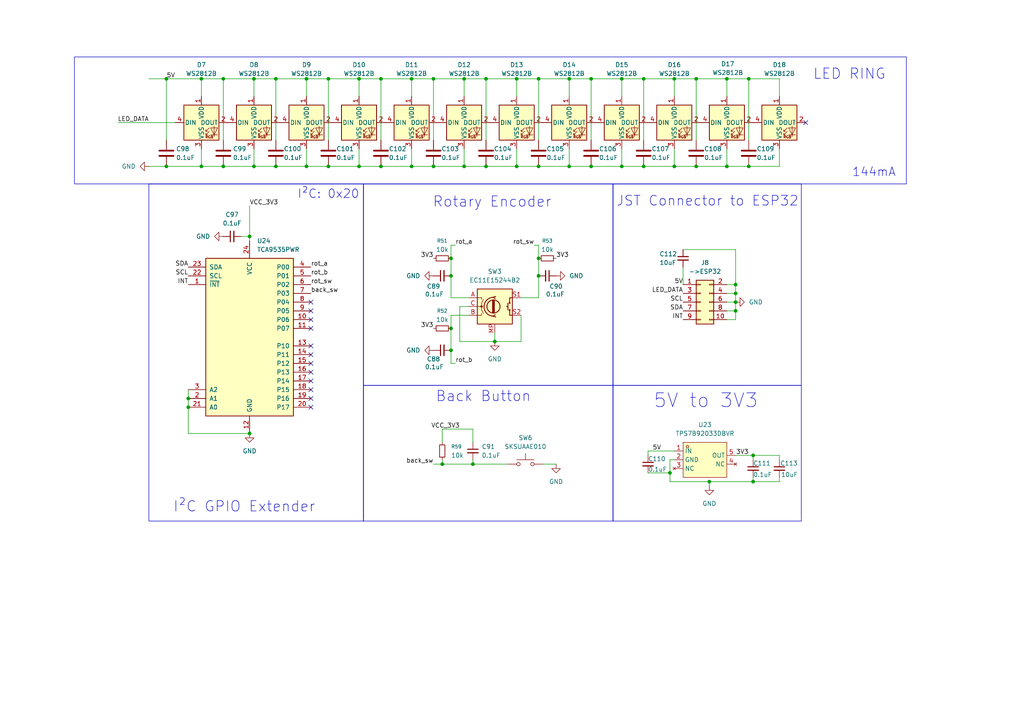
<source format=kicad_sch>
(kicad_sch (version 20250114) (generator "eeschema") (generator_version "9.0")
  (paper "A4")
  (lib_symbols
    (symbol "Connector_Generic:Conn_02x05_Odd_Even" (pin_names (offset 1.016) (hide yes))
      (property "Reference" "J" (at 1.27 7.62 0))
      (property "Value" "Conn_02x05_Odd_Even" (at 1.27 -7.62 0))
      (symbol "Conn_02x05_Odd_Even_1_1"
        (rectangle (start -1.27 6.35) (end 3.81 -6.35) (stroke (width 0.254)) (fill (type background)))
        (rectangle (start -1.27 5.207) (end 0 4.953) (stroke (width 0.1524)))
        (rectangle (start -1.27 2.667) (end 0 2.413) (stroke (width 0.1524)))
        (rectangle (start -1.27 0.127) (end 0 -0.127) (stroke (width 0.1524)))
        (rectangle (start -1.27 -2.413) (end 0 -2.667) (stroke (width 0.1524)))
        (rectangle (start -1.27 -4.953) (end 0 -5.207) (stroke (width 0.1524)))
        (rectangle (start 3.81 5.207) (end 2.54 4.953) (stroke (width 0.1524)))
        (rectangle (start 3.81 2.667) (end 2.54 2.413) (stroke (width 0.1524)))
        (rectangle (start 3.81 0.127) (end 2.54 -0.127) (stroke (width 0.1524)))
        (rectangle (start 3.81 -2.413) (end 2.54 -2.667) (stroke (width 0.1524)))
        (rectangle (start 3.81 -4.953) (end 2.54 -5.207) (stroke (width 0.1524)))
        (pin passive line (at -5.08 5.08 0) (length 3.81) (name "Pin_1") (number "1"))
        (pin passive line (at -5.08 2.54 0) (length 3.81) (name "Pin_3") (number "3"))
        (pin passive line (at -5.08 0 0) (length 3.81) (name "Pin_5") (number "5"))
        (pin passive line (at -5.08 -2.54 0) (length 3.81) (name "Pin_7") (number "7"))
        (pin passive line (at -5.08 -5.08 0) (length 3.81) (name "Pin_9") (number "9"))
        (pin passive line (at 7.62 5.08 180) (length 3.81) (name "Pin_2") (number "2"))
        (pin passive line (at 7.62 2.54 180) (length 3.81) (name "Pin_4") (number "4"))
        (pin passive line (at 7.62 0 180) (length 3.81) (name "Pin_6") (number "6"))
        (pin passive line (at 7.62 -2.54 180) (length 3.81) (name "Pin_8") (number "8"))
        (pin passive line (at 7.62 -5.08 180) (length 3.81) (name "Pin_10") (number "10"))
      )
    )
    (symbol "Device:C" (pin_numbers (hide yes)) (pin_names (offset 0.254))
      (property "Reference" "C" (at 0.635 2.54 0))
      (property "Value" "C" (at 0.635 -2.54 0))
      (symbol "C_0_1"
        (polyline (pts (xy -2.032 0.762) (xy 2.032 0.762)) (stroke (width 0.508)))
        (polyline (pts (xy -2.032 -0.762) (xy 2.032 -0.762)) (stroke (width 0.508)))
      )
      (symbol "C_1_1"
        (pin passive line (at 0 3.81 270) (length 2.794) (name "~") (number "1"))
        (pin passive line (at 0 -3.81 90) (length 2.794) (name "~") (number "2"))
      )
    )
    (symbol "Device:C_Small" (pin_numbers (hide yes)) (pin_names (offset 0.254) (hide yes))
      (property "Reference" "C" (at 0.254 1.778 0))
      (property "Value" "C_Small" (at 0.254 -2.032 0))
      (symbol "C_Small_0_1"
        (polyline (pts (xy -1.524 0.508) (xy 1.524 0.508)) (stroke (width 0.3048)))
        (polyline (pts (xy -1.524 -0.508) (xy 1.524 -0.508)) (stroke (width 0.3302)))
      )
      (symbol "C_Small_1_1"
        (pin passive line (at 0 2.54 270) (length 2.032) (name "~") (number "1"))
        (pin passive line (at 0 -2.54 90) (length 2.032) (name "~") (number "2"))
      )
    )
    (symbol "Device:R_Small" (pin_numbers (hide yes)) (pin_names (offset 0.254) (hide yes))
      (property "Reference" "R" (at 0 0 90))
      (property "Value" "R_Small" (at 1.778 0 90))
      (symbol "R_Small_0_1"
        (rectangle (start -0.762 1.778) (end 0.762 -1.778) (stroke (width 0.2032)))
      )
      (symbol "R_Small_1_1"
        (pin passive line (at 0 2.54 270) (length 0.762) (name "~") (number "1"))
        (pin passive line (at 0 -2.54 90) (length 0.762) (name "~") (number "2"))
      )
    )
    (symbol "Device:RotaryEncoder_Switch_MP" (pin_names (offset 0.254) (hide yes))
      (property "Reference" "SW" (at 0 8.89 0))
      (property "Value" "RotaryEncoder_Switch_MP" (at 0 6.35 0))
      (symbol "RotaryEncoder_Switch_MP_0_1"
        (rectangle (start -5.08 5.08) (end 5.08 -5.08) (stroke (width 0.254)) (fill (type background)))
        (polyline (pts (xy -5.08 2.54) (xy -3.81 2.54) (xy -3.81 2.032)))
        (polyline (pts (xy -5.08 0) (xy -3.81 0) (xy -3.81 -1.016) (xy -3.302 -2.032)))
        (polyline (pts (xy -5.08 -2.54) (xy -3.81 -2.54) (xy -3.81 -2.032)))
        (polyline (pts (xy -4.318 0) (xy -3.81 0) (xy -3.81 1.016) (xy -3.302 2.032)))
        (circle (center -3.81 0) (radius 0.254) (fill (type outline)))
        (polyline (pts (xy -0.635 -1.778) (xy -0.635 1.778)) (stroke (width 0.254)))
        (circle (center -0.381 0) (radius 1.905) (stroke (width 0.254)))
        (polyline (pts (xy -0.381 -1.778) (xy -0.381 1.778)) (stroke (width 0.254)))
        (arc (start -0.381 -2.794) (mid -3.0988 -0.0635) (end -0.381 2.667) (stroke (width 0.254)))
        (polyline (pts (xy -0.127 1.778) (xy -0.127 -1.778)) (stroke (width 0.254)))
        (polyline (pts (xy 0.254 2.921) (xy -0.508 2.667) (xy 0.127 2.286)) (stroke (width 0.254)))
        (polyline (pts (xy 0.254 -3.048) (xy -0.508 -2.794) (xy 0.127 -2.413)) (stroke (width 0.254)))
        (polyline (pts (xy 3.81 1.016) (xy 3.81 -1.016)) (stroke (width 0.254)))
        (polyline (pts (xy 3.81 0) (xy 3.429 0)) (stroke (width 0.254)))
        (circle (center 4.318 1.016) (radius 0.127) (stroke (width 0.254)))
        (circle (center 4.318 -1.016) (radius 0.127) (stroke (width 0.254)))
        (polyline (pts (xy 5.08 2.54) (xy 4.318 2.54) (xy 4.318 1.016)) (stroke (width 0.254)))
        (polyline (pts (xy 5.08 -2.54) (xy 4.318 -2.54) (xy 4.318 -1.016)) (stroke (width 0.254)))
      )
      (symbol "RotaryEncoder_Switch_MP_1_1"
        (pin passive line (at -7.62 2.54 0) (length 2.54) (name "A") (number "A"))
        (pin passive line (at -7.62 0 0) (length 2.54) (name "C") (number "C"))
        (pin passive line (at -7.62 -2.54 0) (length 2.54) (name "B") (number "B"))
        (pin passive line (at 0 -7.62 90) (length 2.54) (name "MP") (number "MP"))
        (pin passive line (at 7.62 2.54 180) (length 2.54) (name "S1") (number "S1"))
        (pin passive line (at 7.62 -2.54 180) (length 2.54) (name "S2") (number "S2"))
      )
    )
    (symbol "Interface_Expansion:TCA9535PWR" (pin_names (offset 1.016))
      (property "Reference" "U" (at -11.43 24.13 0))
      (property "Value" "TCA9535PWR" (at 0 0 0))
      (symbol "TCA9535PWR_0_1"
        (rectangle (start -12.7 22.86) (end 12.7 -22.86) (stroke (width 0.254)) (fill (type background)))
      )
      (symbol "TCA9535PWR_1_1"
        (pin bidirectional line (at -17.78 20.32 0) (length 5.08) (name "SDA") (number "23"))
        (pin input line (at -17.78 17.78 0) (length 5.08) (name "SCL") (number "22"))
        (pin open_collector line (at -17.78 15.24 0) (length 5.08) (name "~{INT}") (number "1"))
        (pin input line (at -17.78 -15.24 0) (length 5.08) (name "A2") (number "3"))
        (pin input line (at -17.78 -17.78 0) (length 5.08) (name "A1") (number "2"))
        (pin input line (at -17.78 -20.32 0) (length 5.08) (name "A0") (number "21"))
        (pin power_in line (at 0 27.94 270) (length 5.08) (name "VCC") (number "24"))
        (pin power_in line (at 0 -27.94 90) (length 5.08) (name "GND") (number "12"))
        (pin bidirectional line (at 17.78 20.32 180) (length 5.08) (name "P00") (number "4"))
        (pin bidirectional line (at 17.78 17.78 180) (length 5.08) (name "P01") (number "5"))
        (pin bidirectional line (at 17.78 15.24 180) (length 5.08) (name "P02") (number "6"))
        (pin bidirectional line (at 17.78 12.7 180) (length 5.08) (name "P03") (number "7"))
        (pin bidirectional line (at 17.78 10.16 180) (length 5.08) (name "P04") (number "8"))
        (pin bidirectional line (at 17.78 7.62 180) (length 5.08) (name "P05") (number "9"))
        (pin bidirectional line (at 17.78 5.08 180) (length 5.08) (name "P06") (number "10"))
        (pin bidirectional line (at 17.78 2.54 180) (length 5.08) (name "P07") (number "11"))
        (pin bidirectional line (at 17.78 -2.54 180) (length 5.08) (name "P10") (number "13"))
        (pin bidirectional line (at 17.78 -5.08 180) (length 5.08) (name "P11") (number "14"))
        (pin bidirectional line (at 17.78 -7.62 180) (length 5.08) (name "P12") (number "15"))
        (pin bidirectional line (at 17.78 -10.16 180) (length 5.08) (name "P13") (number "16"))
        (pin bidirectional line (at 17.78 -12.7 180) (length 5.08) (name "P14") (number "17"))
        (pin bidirectional line (at 17.78 -15.24 180) (length 5.08) (name "P15") (number "18"))
        (pin bidirectional line (at 17.78 -17.78 180) (length 5.08) (name "P16") (number "19"))
        (pin bidirectional line (at 17.78 -20.32 180) (length 5.08) (name "P17") (number "20"))
      )
    )
    (symbol "LED:WS2812B" (pin_names (offset 0.254))
      (property "Reference" "D" (at 5.08 5.715 0))
      (property "Value" "WS2812B" (at 1.27 -5.715 0))
      (symbol "WS2812B_0_0"
        (text "RGB" (at 2.286 -4.191 0) (effects (font (size 0.762 0.762))))
      )
      (symbol "WS2812B_0_1"
        (polyline (pts (xy 1.27 -2.54) (xy 1.778 -2.54)))
        (polyline (pts (xy 1.27 -3.556) (xy 1.778 -3.556)))
        (polyline (pts (xy 2.286 -1.524) (xy 1.27 -2.54) (xy 1.27 -2.032)))
        (polyline (pts (xy 2.286 -2.54) (xy 1.27 -3.556) (xy 1.27 -3.048)))
        (polyline (pts (xy 3.683 -1.016) (xy 3.683 -3.556) (xy 3.683 -4.064)))
        (polyline (pts (xy 4.699 -1.524) (xy 2.667 -1.524) (xy 3.683 -3.556) (xy 4.699 -1.524)))
        (polyline (pts (xy 4.699 -3.556) (xy 2.667 -3.556)))
        (rectangle (start 5.08 5.08) (end -5.08 -5.08) (stroke (width 0.254)) (fill (type background)))
      )
      (symbol "WS2812B_1_1"
        (pin input line (at -7.62 0 0) (length 2.54) (name "DIN") (number "4"))
        (pin power_in line (at 0 7.62 270) (length 2.54) (name "VDD") (number "1"))
        (pin power_in line (at 0 -7.62 90) (length 2.54) (name "VSS") (number "3"))
        (pin output line (at 7.62 0 180) (length 2.54) (name "DOUT") (number "2"))
      )
    )
    (symbol "Switch:SW_Push" (pin_numbers (hide yes)) (pin_names (offset 1.016) (hide yes))
      (property "Reference" "SW" (at 1.27 2.54 0))
      (property "Value" "SW_Push" (at 0 -1.524 0))
      (symbol "SW_Push_0_1"
        (circle (center -2.032 0) (radius 0.508))
        (polyline (pts (xy 0 1.27) (xy 0 3.048)))
        (circle (center 2.032 0) (radius 0.508))
        (polyline (pts (xy 2.54 1.27) (xy -2.54 1.27)))
        (pin passive line (at -5.08 0 0) (length 2.54) (name "1") (number "1"))
        (pin passive line (at 5.08 0 180) (length 2.54) (name "2") (number "2"))
      )
    )
    (symbol "easyeda2kicad:TPS7B92033DBVR"
      (property "Reference" "U" (at 0 7.62 0))
      (property "Value" "TPS7B92033DBVR" (at 0 -7.62 0))
      (symbol "TPS7B92033DBVR_0_1"
        (rectangle (start -6.35 5.08) (end 6.35 -5.08) (fill (type background)))
        (circle (center -5.08 3.81) (radius 0.38))
      )
      (symbol "TPS7B92033DBVR_1_1"
        (pin power_in line (at -8.89 2.54 0) (length 2.54) (name "IN") (number "1"))
        (pin power_in line (at -8.89 0 0) (length 2.54) (name "GND") (number "2"))
        (pin no_connect line (at -8.89 -2.54 0) (length 2.54) (name "NC") (number "3"))
        (pin power_out line (at 8.89 1.27 180) (length 2.54) (name "OUT") (number "5"))
        (pin no_connect line (at 8.89 -1.27 180) (length 2.54) (name "NC") (number "4"))
      )
    )
    (symbol "power:GND" (power) (pin_numbers (hide yes)) (pin_names (offset 0) (hide yes))
      (property "Value" "GND" (at 0 -3.81 0))
      (symbol "GND_0_1"
        (polyline (pts (xy 0 0) (xy 0 -1.27) (xy 1.27 -1.27) (xy 0 -2.54) (xy -1.27 -1.27) (xy 0 -1.27)))
      )
      (symbol "GND_1_1"
        (pin power_in line (at 0 0 270) (length 0) (name "~") (number "1"))
      )
    )
  )
  (rectangle (start 43.18 53.34) (end 105.41 151.13))
  (rectangle (start 105.41 111.76) (end 177.8 151.13))
  (rectangle (start 105.41 53.34) (end 177.8 111.76))
  (rectangle (start 177.8 111.76) (end 232.41 151.13))
  (rectangle (start 177.8 53.34) (end 232.41 111.76))
  (rectangle (start 21.59 16.51) (end 262.89 53.34))
  (text "I²C: 0x20" (at 95.25 56.388 0) (effects (font (size 2.5 2.5))))
  (text "JST Connector to ESP32" (at 205.232 58.42 0) (effects (font (size 2.85 2.85))))
  (text "LED RING" (at 246.38 21.59 0) (effects (font (size 3 3))))
  (text "I²C GPIO Extender" (at 70.866 147.066 0) (effects (font (size 3 3))))
  (text "Rotary Encoder" (at 142.748 58.674 0) (effects (font (size 3 3))))
  (text "144mA" (at 253.492 50.038 0) (effects (font (size 2.5 2.5))))
  (text "Back Button" (at 140.208 115.062 0) (effects (font (size 3 3))))
  (text "5V to 3V3" (at 204.724 116.332 0) (effects (font (size 4 4))))
  (junction (at 156.21 48.26))
  (junction (at 149.86 48.26))
  (junction (at 171.45 22.86))
  (junction (at 134.62 22.86))
  (junction (at 88.9 48.26))
  (junction (at 217.17 48.26))
  (junction (at 95.25 48.26))
  (junction (at 72.39 125.73))
  (junction (at 143.51 99.06))
  (junction (at 171.45 48.26))
  (junction (at 73.66 48.26))
  (junction (at 130.81 80.01))
  (junction (at 72.39 68.58))
  (junction (at 48.26 48.26))
  (junction (at 125.73 48.26))
  (junction (at 130.81 101.6))
  (junction (at 201.93 48.26))
  (junction (at 130.81 74.93))
  (junction (at 186.69 48.26))
  (junction (at 104.14 48.26))
  (junction (at 58.42 22.86))
  (junction (at 213.36 90.17))
  (junction (at 217.17 22.86))
  (junction (at 156.21 80.01))
  (junction (at 210.82 48.26))
  (junction (at 210.82 22.86))
  (junction (at 205.74 139.7))
  (junction (at 64.77 48.26))
  (junction (at 195.58 22.86))
  (junction (at 180.34 22.86))
  (junction (at 128.27 134.62))
  (junction (at 156.21 22.86))
  (junction (at 119.38 48.26))
  (junction (at 180.34 48.26))
  (junction (at 218.44 132.08))
  (junction (at 134.62 48.26))
  (junction (at 195.58 48.26))
  (junction (at 194.31 137.16))
  (junction (at 54.61 115.57))
  (junction (at 64.77 22.86))
  (junction (at 140.97 22.86))
  (junction (at 213.36 87.63))
  (junction (at 54.61 118.11))
  (junction (at 73.66 22.86))
  (junction (at 156.21 74.93))
  (junction (at 104.14 22.86))
  (junction (at 58.42 48.26))
  (junction (at 110.49 48.26))
  (junction (at 125.73 22.86))
  (junction (at 80.01 22.86))
  (junction (at 186.69 22.86))
  (junction (at 88.9 22.86))
  (junction (at 165.1 48.26))
  (junction (at 213.36 82.55))
  (junction (at 95.25 22.86))
  (junction (at 149.86 22.86))
  (junction (at 110.49 22.86))
  (junction (at 201.93 22.86))
  (junction (at 48.26 22.86))
  (junction (at 165.1 22.86))
  (junction (at 140.97 48.26))
  (junction (at 137.16 134.62))
  (junction (at 80.01 48.26))
  (junction (at 213.36 85.09))
  (junction (at 218.44 139.7))
  (junction (at 119.38 22.86))
  (junction (at 130.81 95.25))
  (no_connect (at 90.17 87.63))
  (no_connect (at 90.17 115.57))
  (no_connect (at 90.17 95.25))
  (no_connect (at 90.17 118.11))
  (no_connect (at 90.17 92.71))
  (no_connect (at 90.17 107.95))
  (no_connect (at 90.17 90.17))
  (no_connect (at 233.68 35.56))
  (no_connect (at 90.17 110.49))
  (no_connect (at 90.17 100.33))
  (no_connect (at 90.17 113.03))
  (no_connect (at 90.17 105.41))
  (no_connect (at 90.17 102.87))
  (wire (pts (xy 186.69 22.86) (xy 195.58 22.86)))
  (wire (pts (xy 143.51 96.52) (xy 143.51 99.06)))
  (wire (pts (xy 180.34 22.86) (xy 180.34 27.94)))
  (wire (pts (xy 135.89 91.44) (xy 130.81 91.44)))
  (wire (pts (xy 210.82 90.17) (xy 213.36 90.17)))
  (wire (pts (xy 73.66 43.18) (xy 73.66 48.26)))
  (wire (pts (xy 195.58 22.86) (xy 201.93 22.86)))
  (wire (pts (xy 156.21 80.01) (xy 156.21 74.93)))
  (wire (pts (xy 104.14 48.26) (xy 110.49 48.26)))
  (wire (pts (xy 130.81 80.01) (xy 130.81 86.36)))
  (wire (pts (xy 210.82 43.18) (xy 210.82 48.26)))
  (wire (pts (xy 64.77 48.26) (xy 73.66 48.26)))
  (wire (pts (xy 58.42 22.86) (xy 58.42 27.94)))
  (wire (pts (xy 186.69 22.86) (xy 186.69 40.64)))
  (wire (pts (xy 110.49 22.86) (xy 110.49 40.64)))
  (wire (pts (xy 104.14 22.86) (xy 110.49 22.86)))
  (wire (pts (xy 43.18 22.86) (xy 48.26 22.86)))
  (wire (pts (xy 187.96 130.81) (xy 195.58 130.81)))
  (wire (pts (xy 95.25 48.26) (xy 104.14 48.26)))
  (wire (pts (xy 72.39 68.58) (xy 72.39 69.85)))
  (wire (pts (xy 125.73 22.86) (xy 125.73 40.64)))
  (wire (pts (xy 130.81 95.25) (xy 130.81 101.6)))
  (wire (pts (xy 194.31 133.35) (xy 195.58 133.35)))
  (wire (pts (xy 201.93 48.26) (xy 210.82 48.26)))
  (wire (pts (xy 156.21 48.26) (xy 165.1 48.26)))
  (wire (pts (xy 156.21 74.93) (xy 156.21 71.12)))
  (wire (pts (xy 226.06 43.18) (xy 226.06 48.26)))
  (wire (pts (xy 130.81 71.12) (xy 132.08 71.12)))
  (wire (pts (xy 134.62 48.26) (xy 140.97 48.26)))
  (wire (pts (xy 218.44 132.08) (xy 226.06 132.08)))
  (wire (pts (xy 130.81 101.6) (xy 130.81 105.41)))
  (wire (pts (xy 218.44 138.43) (xy 218.44 139.7)))
  (wire (pts (xy 119.38 48.26) (xy 125.73 48.26)))
  (wire (pts (xy 195.58 48.26) (xy 201.93 48.26)))
  (wire (pts (xy 119.38 43.18) (xy 119.38 48.26)))
  (wire (pts (xy 213.36 72.39) (xy 198.12 72.39)))
  (wire (pts (xy 195.58 43.18) (xy 195.58 48.26)))
  (wire (pts (xy 48.26 48.26) (xy 58.42 48.26)))
  (wire (pts (xy 218.44 139.7) (xy 226.06 139.7)))
  (wire (pts (xy 156.21 22.86) (xy 165.1 22.86)))
  (wire (pts (xy 218.44 139.7) (xy 205.74 139.7)))
  (wire (pts (xy 149.86 22.86) (xy 156.21 22.86)))
  (wire (pts (xy 130.81 91.44) (xy 130.81 95.25)))
  (wire (pts (xy 213.36 132.08) (xy 218.44 132.08)))
  (wire (pts (xy 194.31 137.16) (xy 194.31 139.7)))
  (wire (pts (xy 201.93 22.86) (xy 210.82 22.86)))
  (wire (pts (xy 143.51 99.06) (xy 133.35 99.06)))
  (wire (pts (xy 194.31 137.16) (xy 187.96 137.16)))
  (wire (pts (xy 58.42 22.86) (xy 64.77 22.86)))
  (wire (pts (xy 128.27 133.35) (xy 128.27 134.62)))
  (wire (pts (xy 201.93 22.86) (xy 201.93 40.64)))
  (wire (pts (xy 187.96 132.08) (xy 187.96 130.81)))
  (wire (pts (xy 165.1 48.26) (xy 171.45 48.26)))
  (wire (pts (xy 134.62 22.86) (xy 134.62 27.94)))
  (wire (pts (xy 140.97 48.26) (xy 149.86 48.26)))
  (wire (pts (xy 88.9 43.18) (xy 88.9 48.26)))
  (wire (pts (xy 133.35 88.9) (xy 135.89 88.9)))
  (wire (pts (xy 88.9 22.86) (xy 88.9 27.94)))
  (wire (pts (xy 226.06 133.35) (xy 226.06 132.08)))
  (wire (pts (xy 80.01 22.86) (xy 80.01 40.64)))
  (wire (pts (xy 217.17 48.26) (xy 226.06 48.26)))
  (wire (pts (xy 154.94 71.12) (xy 156.21 71.12)))
  (wire (pts (xy 128.27 124.46) (xy 128.27 128.27)))
  (wire (pts (xy 73.66 22.86) (xy 80.01 22.86)))
  (wire (pts (xy 210.82 48.26) (xy 217.17 48.26)))
  (wire (pts (xy 54.61 118.11) (xy 54.61 125.73)))
  (wire (pts (xy 210.82 82.55) (xy 213.36 82.55)))
  (wire (pts (xy 195.58 22.86) (xy 195.58 27.94)))
  (wire (pts (xy 133.35 99.06) (xy 133.35 88.9)))
  (wire (pts (xy 95.25 22.86) (xy 95.25 40.64)))
  (wire (pts (xy 134.62 22.86) (xy 140.97 22.86)))
  (wire (pts (xy 104.14 22.86) (xy 104.14 27.94)))
  (wire (pts (xy 95.25 22.86) (xy 104.14 22.86)))
  (wire (pts (xy 143.51 99.06) (xy 151.13 99.06)))
  (wire (pts (xy 161.29 134.62) (xy 157.48 134.62)))
  (wire (pts (xy 54.61 113.03) (xy 54.61 115.57)))
  (wire (pts (xy 128.27 124.46) (xy 137.16 124.46)))
  (wire (pts (xy 213.36 82.55) (xy 213.36 85.09)))
  (wire (pts (xy 226.06 139.7) (xy 226.06 138.43)))
  (wire (pts (xy 137.16 134.62) (xy 147.32 134.62)))
  (wire (pts (xy 137.16 133.35) (xy 137.16 134.62)))
  (wire (pts (xy 134.62 43.18) (xy 134.62 48.26)))
  (wire (pts (xy 171.45 48.26) (xy 180.34 48.26)))
  (wire (pts (xy 119.38 22.86) (xy 119.38 27.94)))
  (wire (pts (xy 186.69 48.26) (xy 195.58 48.26)))
  (wire (pts (xy 48.26 22.86) (xy 58.42 22.86)))
  (wire (pts (xy 205.74 139.7) (xy 194.31 139.7)))
  (wire (pts (xy 156.21 86.36) (xy 156.21 80.01)))
  (wire (pts (xy 104.14 43.18) (xy 104.14 48.26)))
  (wire (pts (xy 140.97 22.86) (xy 140.97 40.64)))
  (wire (pts (xy 171.45 22.86) (xy 180.34 22.86)))
  (wire (pts (xy 110.49 22.86) (xy 119.38 22.86)))
  (wire (pts (xy 149.86 43.18) (xy 149.86 48.26)))
  (wire (pts (xy 43.18 48.26) (xy 48.26 48.26)))
  (wire (pts (xy 151.13 99.06) (xy 151.13 91.44)))
  (wire (pts (xy 130.81 74.93) (xy 130.81 80.01)))
  (wire (pts (xy 149.86 48.26) (xy 156.21 48.26)))
  (wire (pts (xy 156.21 22.86) (xy 156.21 40.64)))
  (wire (pts (xy 151.13 86.36) (xy 156.21 86.36)))
  (wire (pts (xy 210.82 85.09) (xy 213.36 85.09)))
  (wire (pts (xy 140.97 22.86) (xy 149.86 22.86)))
  (wire (pts (xy 73.66 48.26) (xy 80.01 48.26)))
  (wire (pts (xy 34.29 35.56) (xy 50.8 35.56)))
  (wire (pts (xy 58.42 48.26) (xy 64.77 48.26)))
  (wire (pts (xy 119.38 22.86) (xy 125.73 22.86)))
  (wire (pts (xy 194.31 133.35) (xy 194.31 137.16)))
  (wire (pts (xy 48.26 22.86) (xy 48.26 40.64)))
  (wire (pts (xy 165.1 22.86) (xy 165.1 27.94)))
  (wire (pts (xy 128.27 134.62) (xy 137.16 134.62)))
  (wire (pts (xy 218.44 133.35) (xy 218.44 132.08)))
  (wire (pts (xy 125.73 22.86) (xy 134.62 22.86)))
  (wire (pts (xy 130.81 105.41) (xy 132.08 105.41)))
  (wire (pts (xy 64.77 22.86) (xy 73.66 22.86)))
  (wire (pts (xy 149.86 22.86) (xy 149.86 27.94)))
  (wire (pts (xy 213.36 90.17) (xy 213.36 92.71)))
  (wire (pts (xy 180.34 48.26) (xy 186.69 48.26)))
  (wire (pts (xy 54.61 125.73) (xy 72.39 125.73)))
  (wire (pts (xy 213.36 85.09) (xy 213.36 87.63)))
  (wire (pts (xy 180.34 43.18) (xy 180.34 48.26)))
  (wire (pts (xy 125.73 134.62) (xy 128.27 134.62)))
  (wire (pts (xy 72.39 68.58) (xy 69.85 68.58)))
  (wire (pts (xy 226.06 22.86) (xy 226.06 27.94)))
  (wire (pts (xy 165.1 22.86) (xy 171.45 22.86)))
  (wire (pts (xy 72.39 59.69) (xy 72.39 68.58)))
  (wire (pts (xy 80.01 22.86) (xy 88.9 22.86)))
  (wire (pts (xy 213.36 92.71) (xy 210.82 92.71)))
  (wire (pts (xy 137.16 124.46) (xy 137.16 128.27)))
  (wire (pts (xy 198.12 82.55) (xy 198.12 77.47)))
  (wire (pts (xy 217.17 22.86) (xy 217.17 40.64)))
  (wire (pts (xy 54.61 115.57) (xy 54.61 118.11)))
  (wire (pts (xy 64.77 22.86) (xy 64.77 40.64)))
  (wire (pts (xy 210.82 22.86) (xy 217.17 22.86)))
  (wire (pts (xy 73.66 22.86) (xy 73.66 27.94)))
  (wire (pts (xy 213.36 82.55) (xy 213.36 72.39)))
  (wire (pts (xy 125.73 48.26) (xy 134.62 48.26)))
  (wire (pts (xy 217.17 22.86) (xy 226.06 22.86)))
  (wire (pts (xy 88.9 22.86) (xy 95.25 22.86)))
  (wire (pts (xy 110.49 48.26) (xy 119.38 48.26)))
  (wire (pts (xy 205.74 140.97) (xy 205.74 139.7)))
  (wire (pts (xy 130.81 74.93) (xy 130.81 71.12)))
  (wire (pts (xy 58.42 43.18) (xy 58.42 48.26)))
  (wire (pts (xy 171.45 22.86) (xy 171.45 40.64)))
  (wire (pts (xy 80.01 48.26) (xy 88.9 48.26)))
  (wire (pts (xy 165.1 43.18) (xy 165.1 48.26)))
  (wire (pts (xy 213.36 87.63) (xy 213.36 90.17)))
  (wire (pts (xy 210.82 22.86) (xy 210.82 27.94)))
  (wire (pts (xy 210.82 87.63) (xy 213.36 87.63)))
  (wire (pts (xy 88.9 48.26) (xy 95.25 48.26)))
  (wire (pts (xy 135.89 86.36) (xy 130.81 86.36)))
  (wire (pts (xy 180.34 22.86) (xy 186.69 22.86)))
  (label "INT" (at 198.12 92.71 180))
  (label "rot_a" (at 90.17 77.47 0))
  (label "5V" (at 191.77 130.81 180))
  (label "back_sw" (at 125.73 134.62 180))
  (label "SCL" (at 198.12 87.63 180))
  (label "3V3" (at 161.29 74.93 0))
  (label "3V3" (at 125.73 95.25 180))
  (label "LED_DATA" (at 43.18 35.56 180))
  (label "back_sw" (at 90.17 85.09 0))
  (label "SCL" (at 54.61 80.01 180))
  (label "3V3" (at 125.73 74.93 180))
  (label "rot_b" (at 90.17 80.01 0))
  (label "5V" (at 50.8 22.86 180))
  (label "VCC_3V3" (at 133.35 124.46 180))
  (label "SDA" (at 198.12 90.17 180))
  (label "rot_sw" (at 90.17 82.55 0))
  (label "rot_a" (at 132.08 71.12 0))
  (label "3V3" (at 217.17 132.08 180))
  (label "rot_b" (at 132.08 105.41 0))
  (label "LED_DATA" (at 198.12 85.09 180))
  (label "rot_sw" (at 154.94 71.12 180))
  (label "SDA" (at 54.61 77.47 180))
  (label "5V" (at 198.12 82.55 180))
  (label "VCC_3V3" (at 72.39 59.69 0))
  (label "INT" (at 54.61 82.55 180))
  (symbol (lib_id "Device:C") (at 201.93 44.45 0) (unit 1)
    (property "Reference" "C108" (at 204.216 43.18 0) (effects (justify left)))
    (property "Value" "0.1uF" (at 204.216 45.72 0) (effects (justify left)))
    (property "Footprint" "Capacitor_SMD:C_0603_1608Metric" (effects (hide yes)))
    (property "Description" "Unpolarized capacitor" (effects (hide yes)))
  )
  (symbol (lib_id "Interface_Expansion:TCA9535PWR") (at 72.39 97.79 0) (unit 1)
    (property "Reference" "U24" (at 74.5333 69.85 0) (effects (justify left)))
    (property "Value" "TCA9535PWR" (at 74.5333 72.39 0) (effects (justify left)))
    (property "Footprint" "Package_SO:TSSOP-24_4.4x7.8mm_P0.65mm" (effects (hide yes)))
    (property "Datasheet" "http://www.ti.com/lit/ds/symlink/tca9535.pdf" (effects (hide yes)))
    (property "Description" "16-bit I/O expander, I2C and SMBus interface, interrupts, w/o pull-ups, TSSOP-24 package" (effects (hide yes)))
  )
  (symbol (lib_id "Device:C") (at 217.17 44.45 0) (unit 1)
    (property "Reference" "C109" (at 219.456 43.18 0) (effects (justify left)))
    (property "Value" "0.1uF" (at 219.456 45.72 0) (effects (justify left)))
    (property "Footprint" "Capacitor_SMD:C_0603_1608Metric" (effects (hide yes)))
    (property "Description" "Unpolarized capacitor" (effects (hide yes)))
  )
  (symbol (lib_id "Device:C") (at 48.26 44.45 0) (unit 1)
    (property "Reference" "C98" (at 51.054 43.18 0) (effects (justify left)))
    (property "Value" "0.1uF" (at 51.054 45.72 0) (effects (justify left)))
    (property "Footprint" "Capacitor_SMD:C_0603_1608Metric" (effects (hide yes)))
    (property "Description" "Unpolarized capacitor" (effects (hide yes)))
  )
  (symbol (lib_id "power:GND") (at 213.36 87.63 90) (unit 1)
    (property "Reference" "#PWR0127" (effects (hide yes)))
    (property "Value" "GND" (at 217.17 87.6299 90) (effects (justify right)))
    (property "Description" "Power symbol creates a global label with name \"GND\" , ground" (effects (hide yes)))
  )
  (symbol (lib_id "Device:C_Small") (at 198.12 74.93 0) (unit 1)
    (property "Reference" "C112" (at 191.262 73.66 0) (effects (justify left)))
    (property "Value" "10uF" (at 191.262 76.2 0) (effects (justify left)))
    (property "Footprint" "Capacitor_SMD:C_0805_2012Metric" (effects (hide yes)))
    (property "Description" "Unpolarized capacitor, small symbol" (effects (hide yes)))
  )
  (symbol (lib_id "Device:R_Small") (at 158.75 74.93 270) (mirror x) (unit 1)
    (property "Reference" "R53" (at 158.75 69.85 90) (effects (font (size 1.016 1.016))))
    (property "Value" "10k" (at 158.75 72.39 90))
    (property "Description" "Resistor, small symbol" (effects (hide yes)))
  )
  (symbol (lib_id "LED:WS2812B") (at 165.1 35.56 0) (unit 1)
    (property "Reference" "D14" (at 165.1 18.796 0))
    (property "Value" "WS2812B" (at 165.1 21.336 0))
    (property "Footprint" "LED_SMD:LED_WS2812B_PLCC4_5.0x5.0mm_P3.2mm" (effects (hide yes)))
    (property "Datasheet" "https://cdn-shop.adafruit.com/datasheets/WS2812B.pdf" (effects (hide yes)))
    (property "Description" "RGB LED with integrated controller" (effects (hide yes)))
  )
  (symbol (lib_id "Device:C_Small") (at 137.16 130.81 0) (unit 1)
    (property "Reference" "C91" (at 139.7 129.5462 0) (effects (justify left)))
    (property "Value" "0.1uF" (at 139.7 132.0862 0) (effects (justify left)))
    (property "Description" "Unpolarized capacitor, small symbol" (effects (hide yes)))
  )
  (symbol (lib_id "Device:C") (at 95.25 44.45 0) (unit 1)
    (property "Reference" "C101" (at 97.536 43.18 0) (effects (justify left)))
    (property "Value" "0.1uF" (at 97.536 45.72 0) (effects (justify left)))
    (property "Footprint" "Capacitor_SMD:C_0603_1608Metric" (effects (hide yes)))
    (property "Description" "Unpolarized capacitor" (effects (hide yes)))
  )
  (symbol (lib_id "power:GND") (at 125.73 80.01 270) (unit 1)
    (property "Reference" "#PWR0116" (effects (hide yes)))
    (property "Value" "GND" (at 121.92 80.0099 90) (effects (justify right)))
    (property "Description" "Power symbol creates a global label with name \"GND\" , ground" (effects (hide yes)))
  )
  (symbol (lib_id "power:GND") (at 205.74 140.97 0) (unit 1)
    (property "Reference" "#PWR0133" (effects (hide yes)))
    (property "Value" "GND" (at 205.74 146.05 0))
    (property "Description" "Power symbol creates a global label with name \"GND\" , ground" (effects (hide yes)))
  )
  (symbol (lib_id "Device:C") (at 171.45 44.45 0) (unit 1)
    (property "Reference" "C106" (at 173.736 43.18 0) (effects (justify left)))
    (property "Value" "0.1uF" (at 173.736 45.72 0) (effects (justify left)))
    (property "Footprint" "Capacitor_SMD:C_0603_1608Metric" (effects (hide yes)))
    (property "Description" "Unpolarized capacitor" (effects (hide yes)))
  )
  (symbol (lib_id "power:GND") (at 125.73 101.6 270) (unit 1)
    (property "Reference" "#PWR0117" (effects (hide yes)))
    (property "Value" "GND" (at 121.92 101.5999 90) (effects (justify right)))
    (property "Description" "Power symbol creates a global label with name \"GND\" , ground" (effects (hide yes)))
  )
  (symbol (lib_id "power:GND") (at 72.39 125.73 0) (unit 1)
    (property "Reference" "#PWR0128" (effects (hide yes)))
    (property "Value" "GND" (at 72.39 130.81 0))
    (property "Description" "Power symbol creates a global label with name \"GND\" , ground" (effects (hide yes)))
  )
  (symbol (lib_id "LED:WS2812B") (at 58.42 35.56 0) (unit 1)
    (property "Reference" "D7" (at 58.42 18.796 0))
    (property "Value" "WS2812B" (at 58.42 21.336 0))
    (property "Footprint" "LED_SMD:LED_WS2812B_PLCC4_5.0x5.0mm_P3.2mm" (effects (hide yes)))
    (property "Datasheet" "https://cdn-shop.adafruit.com/datasheets/WS2812B.pdf" (effects (hide yes)))
    (property "Description" "RGB LED with integrated controller" (effects (hide yes)))
  )
  (symbol (lib_id "power:GND") (at 161.29 80.01 90) (mirror x) (unit 1)
    (property "Reference" "#PWR0119" (effects (hide yes)))
    (property "Value" "GND" (at 165.1 80.0099 90) (effects (justify right)))
    (property "Description" "Power symbol creates a global label with name \"GND\" , ground" (effects (hide yes)))
  )
  (symbol (lib_id "Device:C_Small") (at 128.27 101.6 90) (unit 1)
    (property "Reference" "C88" (at 125.73 104.14 90))
    (property "Value" "0.1uF" (at 125.984 106.426 90))
    (property "Description" "Unpolarized capacitor, small symbol" (effects (hide yes)))
  )
  (symbol (lib_id "easyeda2kicad:TPS7B92033DBVR") (at 204.47 133.35 0) (unit 1)
    (property "Reference" "U23" (at 204.47 123.19 0))
    (property "Value" "TPS7B92033DBVR" (at 204.47 125.73 0))
    (property "Footprint" "easyeda2kicad:SOT-23-5_L2.9-W1.6-P0.95-LS2.8-BR" (effects (hide yes)))
    (property "LCSC Part" "C32353919" (effects (hide yes)))
  )
  (symbol (lib_id "power:GND") (at 64.77 68.58 270) (unit 1)
    (property "Reference" "#PWR0129" (effects (hide yes)))
    (property "Value" "GND" (at 60.96 68.5799 90) (effects (justify right)))
    (property "Description" "Power symbol creates a global label with name \"GND\" , ground" (effects (hide yes)))
  )
  (symbol (lib_id "LED:WS2812B") (at 180.34 35.56 0) (unit 1)
    (property "Reference" "D15" (at 180.34 18.796 0))
    (property "Value" "WS2812B" (at 180.34 21.336 0))
    (property "Footprint" "LED_SMD:LED_WS2812B_PLCC4_5.0x5.0mm_P3.2mm" (effects (hide yes)))
    (property "Datasheet" "https://cdn-shop.adafruit.com/datasheets/WS2812B.pdf" (effects (hide yes)))
    (property "Description" "RGB LED with integrated controller" (effects (hide yes)))
  )
  (symbol (lib_id "Device:C_Small") (at 158.75 80.01 270) (mirror x) (unit 1)
    (property "Reference" "C90" (at 161.29 83.058 90))
    (property "Value" "0.1uF" (at 161.036 85.344 90))
    (property "Description" "Unpolarized capacitor, small symbol" (effects (hide yes)))
  )
  (symbol (lib_id "Connector_Generic:Conn_02x05_Odd_Even") (at 203.2 87.63 0) (unit 1)
    (property "Reference" "J8" (at 204.47 76.2 0))
    (property "Value" "->ESP32" (at 204.47 78.74 0))
    (property "Footprint" "Connector_JST:JST_PHD_B10B-PHDSS_2x05_P2.00mm_Vertical" (effects (hide yes)))
    (property "Description" "Generic connector, double row, 02x05, odd/even pin numbering scheme (row 1 odd numbers, row 2 even numbers), script generated (kicad-library-utils/schlib/autogen/connector/)" (effects (hide yes)))
    (property "LCSC" "C471519" (effects (hide yes)))
  )
  (symbol (lib_id "Device:C") (at 140.97 44.45 0) (unit 1)
    (property "Reference" "C104" (at 143.256 43.18 0) (effects (justify left)))
    (property "Value" "0.1uF" (at 143.256 45.72 0) (effects (justify left)))
    (property "Footprint" "Capacitor_SMD:C_0603_1608Metric" (effects (hide yes)))
    (property "Description" "Unpolarized capacitor" (effects (hide yes)))
  )
  (symbol (lib_id "Device:C") (at 80.01 44.45 0) (unit 1)
    (property "Reference" "C100" (at 82.296 43.18 0) (effects (justify left)))
    (property "Value" "0.1uF" (at 82.296 45.72 0) (effects (justify left)))
    (property "Footprint" "Capacitor_SMD:C_0603_1608Metric" (effects (hide yes)))
    (property "Description" "Unpolarized capacitor" (effects (hide yes)))
  )
  (symbol (lib_id "Device:C") (at 186.69 44.45 0) (unit 1)
    (property "Reference" "C107" (at 188.976 43.18 0) (effects (justify left)))
    (property "Value" "0.1uF" (at 188.976 45.72 0) (effects (justify left)))
    (property "Footprint" "Capacitor_SMD:C_0603_1608Metric" (effects (hide yes)))
    (property "Description" "Unpolarized capacitor" (effects (hide yes)))
  )
  (symbol (lib_id "Device:C_Small") (at 128.27 80.01 90) (unit 1)
    (property "Reference" "C89" (at 125.73 83.058 90))
    (property "Value" "0.1uF" (at 125.984 85.344 90))
    (property "Description" "Unpolarized capacitor, small symbol" (effects (hide yes)))
  )
  (symbol (lib_id "Device:C_Small") (at 226.06 135.89 0) (mirror y) (unit 1)
    (property "Reference" "C113" (at 231.394 134.366 0) (effects (justify left)))
    (property "Value" "10uF" (at 231.394 137.668 0) (effects (justify left)))
    (property "Footprint" "Capacitor_SMD:C_0805_2012Metric" (effects (hide yes)))
    (property "Description" "Unpolarized capacitor, small symbol" (effects (hide yes)))
  )
  (symbol (lib_id "Device:C") (at 125.73 44.45 0) (unit 1)
    (property "Reference" "C103" (at 128.016 43.18 0) (effects (justify left)))
    (property "Value" "0.1uF" (at 128.016 45.72 0) (effects (justify left)))
    (property "Footprint" "Capacitor_SMD:C_0603_1608Metric" (effects (hide yes)))
    (property "Description" "Unpolarized capacitor" (effects (hide yes)))
  )
  (symbol (lib_id "LED:WS2812B") (at 195.58 35.56 0) (unit 1)
    (property "Reference" "D16" (at 195.58 18.796 0))
    (property "Value" "WS2812B" (at 195.58 21.336 0))
    (property "Footprint" "LED_SMD:LED_WS2812B_PLCC4_5.0x5.0mm_P3.2mm" (effects (hide yes)))
    (property "Datasheet" "https://cdn-shop.adafruit.com/datasheets/WS2812B.pdf" (effects (hide yes)))
    (property "Description" "RGB LED with integrated controller" (effects (hide yes)))
  )
  (symbol (lib_id "Switch:SW_Push") (at 152.4 134.62 0) (unit 1)
    (property "Reference" "SW6" (at 152.4 127 0))
    (property "Value" "SKSUAAE010" (at 152.4 129.54 0))
    (property "Footprint" "easyeda2kicad:KEY-SMD_SKSUAAE010" (effects (hide yes)))
    (property "Description" "Push button switch, generic, two pins" (effects (hide yes)))
  )
  (symbol (lib_id "LED:WS2812B") (at 134.62 35.56 0) (unit 1)
    (property "Reference" "D12" (at 134.62 18.796 0))
    (property "Value" "WS2812B" (at 134.62 21.336 0))
    (property "Footprint" "LED_SMD:LED_WS2812B_PLCC4_5.0x5.0mm_P3.2mm" (effects (hide yes)))
    (property "Datasheet" "https://cdn-shop.adafruit.com/datasheets/WS2812B.pdf" (effects (hide yes)))
    (property "Description" "RGB LED with integrated controller" (effects (hide yes)))
  )
  (symbol (lib_id "LED:WS2812B") (at 210.82 35.56 0) (unit 1)
    (property "Reference" "D17" (at 211.074 18.542 0))
    (property "Value" "WS2812B" (at 211.074 21.082 0))
    (property "Footprint" "LED_SMD:LED_WS2812B_PLCC4_5.0x5.0mm_P3.2mm" (effects (hide yes)))
    (property "Datasheet" "https://cdn-shop.adafruit.com/datasheets/WS2812B.pdf" (effects (hide yes)))
    (property "Description" "RGB LED with integrated controller" (effects (hide yes)))
  )
  (symbol (lib_id "LED:WS2812B") (at 73.66 35.56 0) (unit 1)
    (property "Reference" "D8" (at 73.66 18.796 0))
    (property "Value" "WS2812B" (at 73.66 21.336 0))
    (property "Footprint" "LED_SMD:LED_WS2812B_PLCC4_5.0x5.0mm_P3.2mm" (effects (hide yes)))
    (property "Datasheet" "https://cdn-shop.adafruit.com/datasheets/WS2812B.pdf" (effects (hide yes)))
    (property "Description" "RGB LED with integrated controller" (effects (hide yes)))
  )
  (symbol (lib_id "Device:R_Small") (at 128.27 130.81 0) (unit 1)
    (property "Reference" "R59" (at 130.81 129.5399 0) (effects (font (size 1.016 1.016)) (justify left)))
    (property "Value" "10k" (at 130.81 132.0799 0) (effects (justify left)))
    (property "Description" "Resistor, small symbol" (effects (hide yes)))
  )
  (symbol (lib_id "Device:R_Small") (at 128.27 95.25 90) (unit 1)
    (property "Reference" "R52" (at 128.27 90.17 90) (effects (font (size 1.016 1.016))))
    (property "Value" "10k" (at 128.27 92.71 90))
    (property "Description" "Resistor, small symbol" (effects (hide yes)))
  )
  (symbol (lib_id "power:GND") (at 161.29 134.62 0) (unit 1)
    (property "Reference" "#PWR0123" (effects (hide yes)))
    (property "Value" "GND" (at 161.29 139.7 0))
    (property "Description" "Power symbol creates a global label with name \"GND\" , ground" (effects (hide yes)))
  )
  (symbol (lib_id "Device:C_Small") (at 218.44 135.89 0) (unit 1)
    (property "Reference" "C111" (at 218.44 134.366 0) (effects (justify left)))
    (property "Value" "0.1uF" (at 218.44 137.668 0) (effects (justify left)))
    (property "Description" "Unpolarized capacitor, small symbol" (effects (hide yes)))
  )
  (symbol (lib_id "LED:WS2812B") (at 119.38 35.56 0) (unit 1)
    (property "Reference" "D11" (at 119.38 18.796 0))
    (property "Value" "WS2812B" (at 119.38 21.336 0))
    (property "Footprint" "LED_SMD:LED_WS2812B_PLCC4_5.0x5.0mm_P3.2mm" (effects (hide yes)))
    (property "Datasheet" "https://cdn-shop.adafruit.com/datasheets/WS2812B.pdf" (effects (hide yes)))
    (property "Description" "RGB LED with integrated controller" (effects (hide yes)))
  )
  (symbol (lib_id "Device:C") (at 110.49 44.45 0) (unit 1)
    (property "Reference" "C102" (at 112.776 43.18 0) (effects (justify left)))
    (property "Value" "0.1uF" (at 112.776 45.72 0) (effects (justify left)))
    (property "Footprint" "Capacitor_SMD:C_0603_1608Metric" (effects (hide yes)))
    (property "Description" "Unpolarized capacitor" (effects (hide yes)))
  )
  (symbol (lib_id "LED:WS2812B") (at 88.9 35.56 0) (unit 1)
    (property "Reference" "D9" (at 88.9 18.796 0))
    (property "Value" "WS2812B" (at 88.9 21.336 0))
    (property "Footprint" "LED_SMD:LED_WS2812B_PLCC4_5.0x5.0mm_P3.2mm" (effects (hide yes)))
    (property "Datasheet" "https://cdn-shop.adafruit.com/datasheets/WS2812B.pdf" (effects (hide yes)))
    (property "Description" "RGB LED with integrated controller" (effects (hide yes)))
  )
  (symbol (lib_id "Device:RotaryEncoder_Switch_MP") (at 143.51 88.9 0) (unit 1)
    (property "Reference" "SW3" (at 143.51 78.74 0))
    (property "Value" "EC11E15244B2" (at 143.51 81.28 0))
    (property "Footprint" "Rotary_Encoder:RotaryEncoder_Alps_EC11E-Switch_Vertical_H20mm" (effects (hide yes)))
    (property "Description" "Rotary encoder, dual channel, incremental quadrate outputs, with switch and MP Pin" (effects (hide yes)))
  )
  (symbol (lib_id "Device:C_Small") (at 67.31 68.58 90) (unit 1)
    (property "Reference" "C97" (at 67.3163 62.23 90))
    (property "Value" "0.1uF" (at 67.3163 64.77 90))
    (property "Description" "Unpolarized capacitor, small symbol" (effects (hide yes)))
  )
  (symbol (lib_id "Device:R_Small") (at 128.27 74.93 90) (unit 1)
    (property "Reference" "R51" (at 128.27 69.85 90) (effects (font (size 1.016 1.016))))
    (property "Value" "10k" (at 128.27 72.39 90))
    (property "Description" "Resistor, small symbol" (effects (hide yes)))
  )
  (symbol (lib_id "LED:WS2812B") (at 149.86 35.56 0) (unit 1)
    (property "Reference" "D13" (at 149.86 18.796 0))
    (property "Value" "WS2812B" (at 149.86 21.336 0))
    (property "Footprint" "LED_SMD:LED_WS2812B_PLCC4_5.0x5.0mm_P3.2mm" (effects (hide yes)))
    (property "Datasheet" "https://cdn-shop.adafruit.com/datasheets/WS2812B.pdf" (effects (hide yes)))
    (property "Description" "RGB LED with integrated controller" (effects (hide yes)))
  )
  (symbol (lib_id "Device:C_Small") (at 187.96 134.62 0) (unit 1)
    (property "Reference" "C110" (at 187.96 133.096 0) (effects (justify left)))
    (property "Value" "0.1uF" (at 187.96 136.144 0) (effects (justify left)))
    (property "Description" "Unpolarized capacitor, small symbol" (effects (hide yes)))
  )
  (symbol (lib_id "power:GND") (at 43.18 48.26 270) (unit 1)
    (property "Reference" "#PWR0121" (effects (hide yes)))
    (property "Value" "GND" (at 39.37 48.2599 90) (effects (justify right)))
    (property "Description" "Power symbol creates a global label with name \"GND\" , ground" (effects (hide yes)))
  )
  (symbol (lib_id "LED:WS2812B") (at 104.14 35.56 0) (unit 1)
    (property "Reference" "D10" (at 104.14 18.796 0))
    (property "Value" "WS2812B" (at 104.14 21.336 0))
    (property "Footprint" "LED_SMD:LED_WS2812B_PLCC4_5.0x5.0mm_P3.2mm" (effects (hide yes)))
    (property "Datasheet" "https://cdn-shop.adafruit.com/datasheets/WS2812B.pdf" (effects (hide yes)))
    (property "Description" "RGB LED with integrated controller" (effects (hide yes)))
  )
  (symbol (lib_id "power:GND") (at 143.51 99.06 0) (unit 1)
    (property "Reference" "#PWR0113" (effects (hide yes)))
    (property "Value" "GND" (at 143.51 104.14 0))
    (property "Description" "Power symbol creates a global label with name \"GND\" , ground" (effects (hide yes)))
  )
  (symbol (lib_id "Device:C") (at 156.21 44.45 0) (unit 1)
    (property "Reference" "C105" (at 158.496 43.18 0) (effects (justify left)))
    (property "Value" "0.1uF" (at 158.496 45.72 0) (effects (justify left)))
    (property "Footprint" "Capacitor_SMD:C_0603_1608Metric" (effects (hide yes)))
    (property "Description" "Unpolarized capacitor" (effects (hide yes)))
  )
  (symbol (lib_id "Device:C") (at 64.77 44.45 0) (unit 1)
    (property "Reference" "C99" (at 67.564 43.18 0) (effects (justify left)))
    (property "Value" "0.1uF" (at 67.564 45.72 0) (effects (justify left)))
    (property "Footprint" "Capacitor_SMD:C_0603_1608Metric" (effects (hide yes)))
    (property "Description" "Unpolarized capacitor" (effects (hide yes)))
  )
  (symbol (lib_id "LED:WS2812B") (at 226.06 35.56 0) (unit 1)
    (property "Reference" "D18" (at 226.06 18.796 0))
    (property "Value" "WS2812B" (at 226.06 21.336 0))
    (property "Footprint" "LED_SMD:LED_WS2812B_PLCC4_5.0x5.0mm_P3.2mm" (effects (hide yes)))
    (property "Datasheet" "https://cdn-shop.adafruit.com/datasheets/WS2812B.pdf" (effects (hide yes)))
    (property "Description" "RGB LED with integrated controller" (effects (hide yes)))
  )
)
</source>
